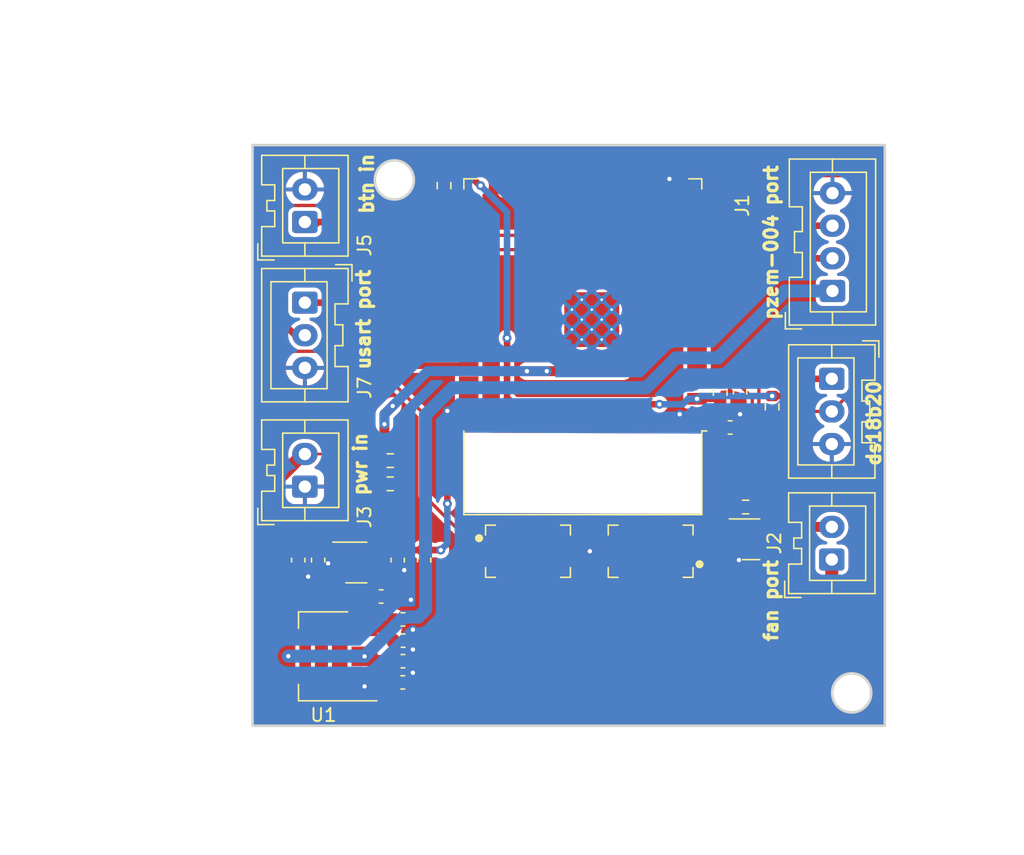
<source format=kicad_pcb>
(kicad_pcb (version 20221018) (generator pcbnew)
  (layers (0 "F.Cu" signal) (31 "B.Cu" signal) (34 "B.Paste" user) (35 "F.Paste" user) (36 "B.SilkS" user "B.Silkscreen") (37 "F.SilkS" user "F.Silkscreen") (38 "B.Mask" user) (39 "F.Mask" user) (44 "Edge.Cuts" user))
  (net 0 "")
  (net 1 "GND")
  (net 2 "Net-(J4-Pin_2)")
  (net 3 "Net-(Q1-G)")
  (net 4 "Net-(J2-Pin_2)")
  (net 5 "Net-(U19-IO17)")
  (net 8 "Net-(J1-Pin_2)")
  (net 9 "Net-(J1-Pin_3)")
  (net 15 "4")
  (net 22 "+5V")
  (net 23 "Net-(U20-BP)")
  (net 24 "Net-(U19-EN)")
  (net 25 "/3.3v_esp")
  (net 26 "/TXD0")
  (net 27 "/RXD0")
  (net 28 "/BVOL")
  (net 29 "Net-(U19-IO0)")
  (net 41 "/B+")
  (footprint "Capacitor_SMD:C_0603_1608Metric" (layer "F.Cu") (at 176.276 125.984 90)
    (fp_text reference "C6" hide)
    (fp_text value "100nf")
    (pad "1" smd roundrect (at -0.775 0 90) (size 0.9 0.95) (layers "F.Cu" "F.Paste" "F.Mask") (net 1 "GND"))
    (pad "2" smd roundrect (at 0.775 0 90) (size 0.9 0.95) (layers "F.Cu" "F.Paste" "F.Mask") (net 25 "/3.3v_esp"))
  )
  (footprint "footprints:Switch_Tactile_XKB-CONNECTIVITY_TS-1101-B-W" (layer "F.Cu") (at 195.664 125.308 180)
    (fp_text reference "SW1" hide)
    (fp_text value "TS-1101-B-W" hide)
    (pad "1" smd rect (at -3.7 0 180) (size 1.2 1) (layers "F.Cu" "F.Paste" "F.Mask") (net 24 "Net-(U19-EN)"))
    (pad "2" smd rect (at 3.7 0 180) (size 1.2 1) (layers "F.Cu" "F.Paste" "F.Mask") (net 1 "GND"))
  )
  (footprint "Resistor_SMD:R_0603_1608Metric" (layer "F.Cu") (at 175.705 120.142)
    (fp_text reference "R39" hide)
    (fp_text value "1K")
    (pad "1" smd roundrect (at -0.825 0) (size 0.8 0.95) (layers "F.Cu" "F.Paste" "F.Mask") (net 1 "GND"))
    (pad "2" smd roundrect (at 0.825 0) (size 0.8 0.95) (layers "F.Cu" "F.Paste" "F.Mask") (net 28 "/BVOL"))
  )
  (footprint "Capacitor_SMD:C_0603_1608Metric" (layer "F.Cu") (at 176.682 133.7355 180)
    (fp_text reference "C1" hide)
    (fp_text value "22uf")
    (pad "1" smd roundrect (at -0.775 0 180) (size 0.9 0.95) (layers "F.Cu" "F.Paste" "F.Mask") (net 1 "GND"))
    (pad "2" smd roundrect (at 0.775 0 180) (size 0.9 0.95) (layers "F.Cu" "F.Paste" "F.Mask") (net 22 "+5V"))
  )
  (footprint "Connector_JST:JST_XA_B02B-XASK-1_1x02_P2.50mm_Vertical" (layer "F.Cu") (at 209.55 125.944 90)
    (fp_text reference "J2" (at 1.25 -4.4 90) (layer "F.SilkS"))
    (fp_text value "Conn_01x02_Socket")
    (pad "1" thru_hole roundrect (at 0 0 90) (size 1.7 1.95) (drill 0.95) (layers "*.Cu" "*.Mask") (roundrect_rratio 0.147059) (net 41 "/B+"))
    (pad "2" thru_hole oval (at 2.5 0 90) (size 1.7 1.95) (drill 0.95) (layers "*.Cu" "*.Mask") (net 4 "Net-(J2-Pin_2)"))
  )
  (footprint "Package_TO_SOT_SMD:SOT-23" (layer "F.Cu") (at 203.3755 124.394)
    (fp_text reference "Q1" hide)
    (fp_text value "AO3400A")
    (pad "1" smd roundrect (at -0.9375 -0.95) (size 1.475 0.6) (layers "F.Cu" "F.Paste" "F.Mask") (net 3 "Net-(Q1-G)"))
    (pad "2" smd roundrect (at -0.9375 0.95) (size 1.475 0.6) (layers "F.Cu" "F.Paste" "F.Mask") (net 1 "GND"))
    (pad "3" smd roundrect (at 0.9375 0) (size 1.475 0.6) (layers "F.Cu" "F.Paste" "F.Mask") (net 4 "Net-(J2-Pin_2)"))
  )
  (footprint "Capacitor_SMD:C_0603_1608Metric" (layer "F.Cu") (at 178.308 125.984 90)
    (fp_text reference "C8" hide)
    (fp_text value "22uf")
    (pad "1" smd roundrect (at -0.775 0 90) (size 0.9 0.95) (layers "F.Cu" "F.Paste" "F.Mask") (net 1 "GND"))
    (pad "2" smd roundrect (at 0.775 0 90) (size 0.9 0.95) (layers "F.Cu" "F.Paste" "F.Mask") (net 25 "/3.3v_esp"))
  )
  (footprint "Resistor_SMD:R_0603_1608Metric" (layer "F.Cu") (at 175.705 118.364 180)
    (fp_text reference "R38" hide)
    (fp_text value "10K")
    (pad "1" smd roundrect (at -0.825 0 180) (size 0.8 0.95) (layers "F.Cu" "F.Paste" "F.Mask") (net 28 "/BVOL"))
    (pad "2" smd roundrect (at 0.825 0 180) (size 0.8 0.95) (layers "F.Cu" "F.Paste" "F.Mask") (net 41 "/B+"))
  )
  (footprint "Capacitor_SMD:C_0603_1608Metric" (layer "F.Cu") (at 201.76 115.824)
    (fp_text reference "C53" hide)
    (fp_text value "100nf")
    (pad "1" smd roundrect (at -0.775 0) (size 0.9 0.95) (layers "F.Cu" "F.Paste" "F.Mask") (net 25 "/3.3v_esp"))
    (pad "2" smd roundrect (at 0.775 0) (size 0.9 0.95) (layers "F.Cu" "F.Paste" "F.Mask") (net 1 "GND"))
  )
  (footprint "RF_Module:ESP32-WROOM-32" (layer "F.Cu") (at 190.47 106.644 180)
    (fp_text reference "U19" hide)
    (fp_text value "ESP32-WROOM-32")
    (pad "1" smd rect (at -8.75 -8.25 180) (size 1.5 0.9) (layers "F.Cu" "F.Paste" "F.Mask") (net 1 "GND"))
    (pad "2" smd rect (at -8.75 -6.98 180) (size 1.5 0.9) (layers "F.Cu" "F.Paste" "F.Mask") (net 25 "/3.3v_esp"))
    (pad "3" smd rect (at -8.75 -5.71 180) (size 1.5 0.9) (layers "F.Cu" "F.Paste" "F.Mask") (net 24 "Net-(U19-EN)"))
    (pad "4" smd rect (at -8.75 -4.44 180) (size 1.5 0.9) (layers "F.Cu" "F.Paste" "F.Mask"))
    (pad "5" smd rect (at -8.75 -3.17 180) (size 1.5 0.9) (layers "F.Cu" "F.Paste" "F.Mask"))
    (pad "6" smd rect (at -8.75 -1.9 180) (size 1.5 0.9) (layers "F.Cu" "F.Paste" "F.Mask"))
    (pad "7" smd rect (at -8.75 -0.63 180) (size 1.5 0.9) (layers "F.Cu" "F.Paste" "F.Mask") (net 28 "/BVOL"))
    (pad "8" smd rect (at -8.75 0.64 180) (size 1.5 0.9) (layers "F.Cu" "F.Paste" "F.Mask"))
    (pad "9" smd rect (at -8.75 1.91 180) (size 1.5 0.9) (layers "F.Cu" "F.Paste" "F.Mask"))
    (pad "10" smd rect (at -8.75 3.18 180) (size 1.5 0.9) (layers "F.Cu" "F.Paste" "F.Mask") (net 8 "Net-(J1-Pin_2)"))
    (pad "11" smd rect (at -8.75 4.45 180) (size 1.5 0.9) (layers "F.Cu" "F.Paste" "F.Mask") (net 9 "Net-(J1-Pin_3)"))
    (pad "12" smd rect (at -8.75 5.72 180) (size 1.5 0.9) (layers "F.Cu" "F.Paste" "F.Mask"))
    (pad "13" smd rect (at -8.75 6.99 180) (size 1.5 0.9) (layers "F.Cu" "F.Paste" "F.Mask"))
    (pad "14" smd rect (at -8.75 8.26 180) (size 1.5 0.9) (layers "F.Cu" "F.Paste" "F.Mask"))
    (pad "15" smd rect (at -5.71 9.51 270) (size 1.5 0.9) (layers "F.Cu" "F.Paste" "F.Mask") (net 1 "GND"))
    (pad "16" smd rect (at -4.44 9.51 270) (size 1.5 0.9) (layers "F.Cu" "F.Paste" "F.Mask"))
    (pad "17" smd rect (at -3.17 9.51 270) (size 1.5 0.9) (layers "F.Cu" "F.Paste" "F.Mask"))
    (pad "18" smd rect (at -1.9 9.51 270) (size 1.5 0.9) (layers "F.Cu" "F.Paste" "F.Mask"))
    (pad "19" smd rect (at -0.63 9.51 270) (size 1.5 0.9) (layers "F.Cu" "F.Paste" "F.Mask"))
    (pad "20" smd rect (at 0.64 9.51 270) (size 1.5 0.9) (layers "F.Cu" "F.Paste" "F.Mask"))
    (pad "21" smd rect (at 1.91 9.51 270) (size 1.5 0.9) (layers "F.Cu" "F.Paste" "F.Mask"))
    (pad "22" smd rect (at 3.18 9.51 270) (size 1.5 0.9) (layers "F.Cu" "F.Paste" "F.Mask"))
    (pad "23" smd rect (at 4.45 9.51 270) (size 1.5 0.9) (layers "F.Cu" "F.Paste" "F.Mask"))
    (pad "24" smd rect (at 5.72 9.51 270) (size 1.5 0.9) (layers "F.Cu" "F.Paste" "F.Mask"))
    (pad "25" smd rect (at 8.75 8.26 180) (size 1.5 0.9) (layers "F.Cu" "F.Paste" "F.Mask") (net 29 "Net-(U19-IO0)"))
    (pad "26" smd rect (at 8.75 6.99 180) (size 1.5 0.9) (layers "F.Cu" "F.Paste" "F.Mask") (net 15 "4"))
    (pad "27" smd rect (at 8.75 5.72 180) (size 1.5 0.9) (layers "F.Cu" "F.Paste" "F.Mask") (net 2 "Net-(J4-Pin_2)"))
    (pad "28" smd rect (at 8.75 4.45 180) (size 1.5 0.9) (layers "F.Cu" "F.Paste" "F.Mask") (net 5 "Net-(U19-IO17)"))
    (pad "29" smd rect (at 8.75 3.18 180) (size 1.5 0.9) (layers "F.Cu" "F.Paste" "F.Mask"))
    (pad "30" smd rect (at 8.75 1.91 180) (size 1.5 0.9) (layers "F.Cu" "F.Paste" "F.Mask"))
    (pad "31" smd rect (at 8.75 0.64 180) (size 1.5 0.9) (layers "F.Cu" "F.Paste" "F.Mask"))
    (pad "32" smd rect (at 8.75 -0.63 180) (size 1.5 0.9) (layers "F.Cu" "F.Paste" "F.Mask"))
    (pad "33" smd rect (at 8.75 -1.9 180) (size 1.5 0.9) (layers "F.Cu" "F.Paste" "F.Mask"))
    (pad "34" smd rect (at 8.75 -3.17 180) (size 1.5 0.9) (layers "F.Cu" "F.Paste" "F.Mask") (net 27 "/RXD0"))
    (pad "35" smd rect (at 8.75 -4.44 180) (size 1.5 0.9) (layers "F.Cu" "F.Paste" "F.Mask") (net 26 "/TXD0"))
    (pad "36" smd rect (at 8.75 -5.71 180) (size 1.5 0.9) (layers "F.Cu" "F.Paste" "F.Mask"))
    (pad "37" smd rect (at 8.75 -6.98 180) (size 1.5 0.9) (layers "F.Cu" "F.Paste" "F.Mask"))
    (pad "38" smd rect (at 8.75 -8.25 180) (size 1.5 0.9) (layers "F.Cu" "F.Paste" "F.Mask") (net 1 "GND"))
    (pad "39" smd rect (at -2.205 -2.435 180) (size 1.05 1.05) (layers "F.Cu" "F.Paste") (net 1 "GND"))
    (pad "39" thru_hole circle (at -2.205 -1.6725 180) (size 0.6 0.6) (drill 0.2) (property pad_prop_heatsink) (layers "*.Cu" "F.Mask") (net 1 "GND"))
    (pad "39" smd rect (at -2.205 -0.91 180) (size 1.05 1.05) (layers "F.Cu" "F.Paste") (net 1 "GND"))
    (pad "39" thru_hole circle (at -2.205 -0.1475 180) (size 0.6 0.6) (drill 0.2) (property pad_prop_heatsink) (layers "*.Cu" "F.Mask") (net 1 "GND"))
    (pad "39" smd rect (at -2.205 0.615 180) (size 1.05 1.05) (layers "F.Cu" "F.Paste") (net 1 "GND"))
    (pad "39" thru_hole circle (at -1.4425 -2.435 180) (size 0.6 0.6) (drill 0.2) (property pad_prop_heatsink) (layers "*.Cu" "F.Mask") (net 1 "GND"))
    (pad "39" thru_hole circle (at -1.4425 -0.91 180) (size 0.6 0.6) (drill 0.2) (property pad_prop_heatsink) (layers "*.Cu" "F.Mask") (net 1 "GND"))
    (pad "39" thru_hole circle (at -1.4425 0.615 180) (size 0.6 0.6) (drill 0.2) (property pad_prop_heatsink) (layers "*.Cu" "F.Mask") (net 1 "GND"))
    (pad "39" smd rect (at -0.68 -2.435 180) (size 1.05 1.05) (layers "F.Cu" "F.Paste") (net 1 "GND"))
    (pad "39" thru_hole circle (at -0.68 -1.6725 180) (size 0.6 0.6) (drill 0.2) (property pad_prop_heatsink) (layers "*.Cu" "F.Mask") (net 1 "GND"))
    (pad "39" smd rect (at -0.68 -0.91 180) (size 1.05 1.05) (layers "F.Cu" "F.Paste") (net 1 "GND"))
    (pad "39" smd rect (at -0.68 -0.91 180) (size 4.2 4.2) (layers "F.Cu" "F.Mask") (net 1 "GND"))
    (pad "39" thru_hole circle (at -0.68 -0.1475 180) (size 0.6 0.6) (drill 0.2) (property pad_prop_heatsink) (layers "*.Cu" "F.Mask") (net 1 "GND"))
    (pad "39" smd rect (at -0.68 0.615 180) (size 1.05 1.05) (layers "F.Cu" "F.Paste") (net 1 "GND"))
    (pad "39" thru_hole circle (at 0.0825 -2.435 180) (size 0.6 0.6) (drill 0.2) (property pad_prop_heatsink) (layers "*.Cu" "F.Mask") (net 1 "GND"))
    (pad "39" thru_hole circle (at 0.0825 -0.91 180) (size 0.6 0.6) (drill 0.2) (property pad_prop_heatsink) (layers "*.Cu" "F.Mask") (net 1 "GND"))
    (pad "39" thru_hole circle (at 0.0825 0.615 180) (size 0.6 0.6) (drill 0.2) (property pad_prop_heatsink) (layers "*.Cu" "F.Mask") (net 1 "GND"))
    (pad "39" smd rect (at 0.845 -2.435 180) (size 1.05 1.05) (layers "F.Cu" "F.Paste") (net 1 "GND"))
    (pad "39" thru_hole circle (at 0.845 -1.6725 180) (size 0.6 0.6) (drill 0.2) (property pad_prop_heatsink) (layers "*.Cu" "F.Mask") (net 1 "GND"))
    (pad "39" smd rect (at 0.845 -0.91 180) (size 1.05 1.05) (layers "F.Cu" "F.Paste") (net 1 "GND"))
    (pad "39" thru_hole circle (at 0.845 -0.1475 180) (size 0.6 0.6) (drill 0.2) (property pad_prop_heatsink) (layers "*.Cu" "F.Mask") (net 1 "GND"))
    (pad "39" smd rect (at 0.845 0.615 180) (size 1.05 1.05) (layers "F.Cu" "F.Paste") (net 1 "GND"))
    (zone (net 0) (net_name "") (layers "F.Cu" "In1.Cu" "B.Cu") (connect_pads (clearance 0)) (min_thickness 0.254)
      (keepout (tracks not_allowed) (vias not_allowed) (pads not_allowed) (copperpour not_allowed) (footprints not_allowed))
      (fill (thermal_gap 0.508) (thermal_bridge_width 0.508))
      (polygon (pts (xy 199.5602 116.2916) (xy 181.2782 116.2154) (xy 181.2782 122.3726) (xy 199.5602 122.4488)))
    )
  )
  (footprint "footprints:Switch_Tactile_XKB-CONNECTIVITY_TS-1101-B-W" (layer "F.Cu") (at 186.266 125.308)
    (fp_text reference "SW3" hide)
    (fp_text value "TS-1101-B-W" hide)
    (pad "1" smd rect (at -3.7 0) (size 1.2 1) (layers "F.Cu" "F.Paste" "F.Mask") (net 29 "Net-(U19-IO0)"))
    (pad "2" smd rect (at 3.7 0) (size 1.2 1) (layers "F.Cu" "F.Paste" "F.Mask") (net 1 "GND"))
  )
  (footprint "Capacitor_SMD:C_0603_1608Metric" (layer "F.Cu") (at 176.669 135.3611 180)
    (fp_text reference "C7" hide)
    (fp_text value "100nf")
    (pad "1" smd roundrect (at -0.775 0 180) (size 0.9 0.95) (layers "F.Cu" "F.Paste" "F.Mask") (net 1 "GND"))
    (pad "2" smd roundrect (at 0.775 0 180) (size 0.9 0.95) (layers "F.Cu" "F.Paste" "F.Mask") (net 22 "+5V"))
  )
  (footprint "Resistor_SMD:R_0603_1608Metric" (layer "F.Cu") (at 200.998 113.116 90)
    (fp_text reference "R86" hide)
    (fp_text value "10k")
    (pad "1" smd roundrect (at -0.825 0 90) (size 0.8 0.95) (layers "F.Cu" "F.Paste" "F.Mask") (net 25 "/3.3v_esp"))
    (pad "2" smd roundrect (at 0.825 0 90) (size 0.8 0.95) (layers "F.Cu" "F.Paste" "F.Mask") (net 24 "Net-(U19-EN)"))
  )
  (footprint "Connector_JST:JST_XA_B03B-XASK-1_1x03_P2.50mm_Vertical" (layer "F.Cu") (at 209.55 112.094 -90)
    (fp_text reference "J4" hide)
    (fp_text value "Conn_01x03_Socket")
    (pad "1" thru_hole roundrect (at 0 0 270) (size 1.7 1.95) (drill 0.95) (layers "*.Cu" "*.Mask") (roundrect_rratio 0.147059) (net 25 "/3.3v_esp"))
    (pad "2" thru_hole oval (at 2.5 0 270) (size 1.7 1.95) (drill 0.95) (layers "*.Cu" "*.Mask") (net 2 "Net-(J4-Pin_2)"))
    (pad "3" thru_hole oval (at 5 0 270) (size 1.7 1.95) (drill 0.95) (layers "*.Cu" "*.Mask") (net 1 "GND"))
  )
  (footprint "Capacitor_SMD:C_0603_1608Metric" (layer "F.Cu") (at 176.695 132.1607 180)
    (fp_text reference "C4" hide)
    (fp_text value "100nf")
    (pad "1" smd roundrect (at -0.775 0 180) (size 0.9 0.95) (layers "F.Cu" "F.Paste" "F.Mask") (net 1 "GND"))
    (pad "2" smd roundrect (at 0.775 0 180) (size 0.9 0.95) (layers "F.Cu" "F.Paste" "F.Mask") (net 41 "/B+"))
  )
  (footprint "Capacitor_SMD:C_0603_1608Metric" (layer "F.Cu") (at 175.006 128.778 180)
    (fp_text reference "C51" hide)
    (fp_text value "22uf")
    (pad "1" smd roundrect (at -0.775 0 180) (size 0.9 0.95) (layers "F.Cu" "F.Paste" "F.Mask") (net 1 "GND"))
    (pad "2" smd roundrect (at 0.775 0 180) (size 0.9 0.95) (layers "F.Cu" "F.Paste" "F.Mask") (net 23 "Net-(U20-BP)"))
  )
  (footprint "Connector_JST:JST_XA_B02B-XASK-1_1x02_P2.50mm_Vertical" (layer "F.Cu") (at 169.164 120.356 90)
    (fp_text reference "J3" (at -2.326 4.572 90) (layer "F.SilkS"))
    (fp_text value "Conn_01x02_Socket")
    (pad "1" thru_hole roundrect (at 0 0 90) (size 1.7 1.95) (drill 0.95) (layers "*.Cu" "*.Mask") (roundrect_rratio 0.147059) (net 1 "GND"))
    (pad "2" thru_hole oval (at 2.5 0 90) (size 1.7 1.95) (drill 0.95) (layers "*.Cu" "*.Mask") (net 41 "/B+"))
  )
  (footprint "Connector_JST:JST_XA_B03B-XASK-1_1x03_P2.50mm_Vertical" (layer "F.Cu") (at 169.164 106.252 -90)
    (fp_text reference "J7" (at 6.524 -4.572 -270) (layer "F.SilkS"))
    (fp_text value "Conn_01x03_Socket")
    (pad "1" thru_hole roundrect (at 0 0 270) (size 1.7 1.95) (drill 0.95) (layers "*.Cu" "*.Mask") (roundrect_rratio 0.1470588235) (net 26 "/TXD0"))
    (pad "2" thru_hole oval (at 2.5 0 270) (size 1.7 1.95) (drill 0.95) (layers "*.Cu" "*.Mask") (net 27 "/RXD0"))
    (pad "3" thru_hole oval (at 5 0 270) (size 1.7 1.95) (drill 0.95) (layers "*.Cu" "*.Mask") (net 1 "GND"))
  )
  (footprint "Capacitor_SMD:C_0603_1608Metric" (layer "F.Cu") (at 168.656 125.984 90)
    (fp_text reference "C3" hide)
    (fp_text value "22uf")
    (pad "1" smd roundrect (at -0.775 0 90) (size 0.9 0.95) (layers "F.Cu" "F.Paste" "F.Mask") (net 1 "GND"))
    (pad "2" smd roundrect (at 0.775 0 90) (size 0.9 0.95) (layers "F.Cu" "F.Paste" "F.Mask") (net 41 "/B+"))
  )
  (footprint "Package_TO_SOT_SMD:SOT-23-5" (layer "F.Cu") (at 173.1065 126.172)
    (fp_text reference "U20" hide)
    (fp_text value "SPX3819M5-L-3-3")
    (pad "1" smd roundrect (at -1.1375 -0.95) (size 1.325 0.6) (layers "F.Cu" "F.Paste" "F.Mask") (net 41 "/B+"))
    (pad "2" smd roundrect (at -1.1375 0) (size 1.325 0.6) (layers "F.Cu" "F.Paste" "F.Mask") (net 1 "GND"))
    (pad "3" smd roundrect (at -1.1375 0.95) (size 1.325 0.6) (layers "F.Cu" "F.Paste" "F.Mask") (net 41 "/B+"))
    (pad "4" smd roundrect (at 1.1375 0.95) (size 1.325 0.6) (layers "F.Cu" "F.Paste" "F.Mask") (net 23 "Net-(U20-BP)"))
    (pad "5" smd roundrect (at 1.1375 -0.95) (size 1.325 0.6) (layers "F.Cu" "F.Paste" "F.Mask") (net 25 "/3.3v_esp"))
  )
  (footprint "Capacitor_SMD:C_0603_1608Metric" (layer "F.Cu") (at 176.682 130.5351 180)
    (fp_text reference "C2" hide)
    (fp_text value "22uf")
    (pad "1" smd roundrect (at -0.775 0 180) (size 0.9 0.95) (layers "F.Cu" "F.Paste" "F.Mask") (net 1 "GND"))
    (pad "2" smd roundrect (at 0.775 0 180) (size 0.9 0.95) (layers "F.Cu" "F.Paste" "F.Mask") (net 41 "/B+"))
  )
  (footprint "Resistor_SMD:R_0603_1608Metric" (layer "F.Cu") (at 179.832 97.282 -90)
    (fp_text reference "R87" hide)
    (fp_text value "10k")
    (pad "1" smd roundrect (at -0.825 0 270) (size 0.8 0.95) (layers "F.Cu" "F.Paste" "F.Mask") (net 25 "/3.3v_esp"))
    (pad "2" smd roundrect (at 0.825 0 270) (size 0.8 0.95) (layers "F.Cu" "F.Paste" "F.Mask") (net 29 "Net-(U19-IO0)"))
  )
  (footprint "Package_TO_SOT_SMD:SOT-223-3_TabPin2" (layer "F.Cu") (at 170.586 133.364 180)
    (fp_text reference "U1" (at 0 -4.5) (layer "F.SilkS"))
    (fp_text value "AMS1117-5.0")
    (pad "1" smd rect (at -3.15 -2.3 180) (size 2 1.5) (layers "F.Cu" "F.Paste" "F.Mask") (net 1 "GND"))
    (pad "2" smd rect (at -3.15 0 180) (size 2 1.5) (layers "F.Cu" "F.Paste" "F.Mask") (net 22 "+5V"))
    (pad "2" smd rect (at 3.15 0 180) (size 2 3.8) (layers "F.Cu" "F.Paste" "F.Mask") (net 22 "+5V"))
    (pad "3" smd rect (at -3.15 2.3 180) (size 2 1.5) (layers "F.Cu" "F.Paste" "F.Mask") (net 41 "/B+"))
  )
  (footprint "Capacitor_SMD:C_0603_1608Metric" (layer "F.Cu") (at 170.18 125.984 90)
    (fp_text reference "C5" hide)
    (fp_text value "100nf")
    (pad "1" smd roundrect (at -0.775 0 90) (size 0.9 0.95) (layers "F.Cu" "F.Paste" "F.Mask") (net 1 "GND"))
    (pad "2" smd roundrect (at 0.775 0 90) (size 0.9 0.95) (layers "F.Cu" "F.Paste" "F.Mask") (net 41 "/B+"))
  )
  (footprint "Connector_JST:JST_XA_B02B-XASK-1_1x02_P2.50mm_Vertical" (layer "F.Cu") (at 169.164 100.076 90)
    (fp_text reference "J5" (at -1.778 4.572 90) (layer "F.SilkS"))
    (fp_text value "Conn_01x02_Socket")
    (pad "1" thru_hole roundrect (at 0 0 90) (size 1.7 1.95) (drill 0.95) (layers "*.Cu" "*.Mask") (roundrect_rratio 0.147059) (net 15 "4"))
    (pad "2" thru_hole oval (at 2.5 0 90) (size 1.7 1.95) (drill 0.95) (layers "*.Cu" "*.Mask") (net 1 "GND"))
  )
  (footprint "Resistor_SMD:R_0603_1608Metric" (layer "F.Cu") (at 202.946 121.92 180)
    (fp_text reference "R1" hide)
    (fp_text value "470r")
    (pad "1" smd roundrect (at -0.825 0 180) (size 0.8 0.95) (layers "F.Cu" "F.Paste" "F.Mask") (net 5 "Net-(U19-IO17)"))
    (pad "2" smd roundrect (at 0.825 0 180) (size 0.8 0.95) (layers "F.Cu" "F.Paste" "F.Mask") (net 3 "Net-(Q1-G)"))
  )
  (footprint "Resistor_SMD:R_0603_1608Metric" (layer "F.Cu") (at 204.978 114.237 -90)
    (fp_text reference "R2" hide)
    (fp_text value "4.7k")
    (pad "1" smd roundrect (at -0.825 0 270) (size 0.8 0.95) (layers "F.Cu" "F.Paste" "F.Mask") (net 25 "/3.3v_esp"))
    (pad "2" smd roundrect (at 0.825 0 270) (size 0.8 0.95) (layers "F.Cu" "F.Paste" "F.Mask") (net 2 "Net-(J4-Pin_2)"))
  )
  (footprint "Capacitor_SMD:C_0603_1608Metric" (layer "F.Cu") (at 202.522 113.103 -90)
    (fp_text reference "C52" hide)
    (fp_text value "100nf")
    (pad "1" smd roundrect (at -0.775 0 270) (size 0.9 0.95) (layers "F.Cu" "F.Paste" "F.Mask") (net 24 "Net-(U19-EN)"))
    (pad "2" smd roundrect (at 0.775 0 270) (size 0.9 0.95) (layers "F.Cu" "F.Paste" "F.Mask") (net 1 "GND"))
  )
  (footprint "Connector_JST:JST_XA_B04B-XASK-1_1x04_P2.50mm_Vertical" (layer "F.Cu") (at 209.6008 105.3592 90)
    (fp_text reference "J1" (at 6.5532 -6.9088 90) (layer "F.SilkS"))
    (fp_text value "Conn_01x04_Socket")
    (pad "1" thru_hole roundrect (at 0 0 90) (size 1.7 1.95) (drill 0.95) (layers "*.Cu" "*.Mask") (roundrect_rratio 0.147059) (net 22 "+5V"))
    (pad "2" thru_hole oval (at 2.5 0 90) (size 1.7 1.95) (drill 0.95) (layers "*.Cu" "*.Mask") (net 8 "Net-(J1-Pin_2)"))
    (pad "3" thru_hole oval (at 5 0 90) (size 1.7 1.95) (drill 0.95) (layers "*.Cu" "*.Mask") (net 9 "Net-(J1-Pin_3)"))
    (pad "4" thru_hole oval (at 7.5 0 90) (size 1.7 1.95) (drill 0.95) (layers "*.Cu" "*.Mask") (net 1 "GND"))
  )
  (gr_circle (center 176.022 96.848117) (end 177.522 96.848117) (stroke (width 0.2)) (fill none) (layer "Edge.Cuts"))
  (gr_circle (center 211.074 136.168) (end 212.574 136.168) (stroke (width 0.2)) (fill none) (layer "Edge.Cuts"))
  (gr_rect (start 165.1508 94.1832) (end 213.614 138.684) (stroke (width 0.2)) (fill none) (layer "Edge.Cuts"))
  (gr_text "pzem-004 port" (at 205.486 107.696 90) (layer "F.SilkS") (effects (font (size 1 1) (thickness 0.25) bold) (justify left bottom)))
  (gr_text "ds18b20" (at 213.36 118.872 90) (layer "F.SilkS") (effects (font (size 1 1) (thickness 0.25) bold) (justify left bottom)))
  (gr_text "btn in" (at 174.498 99.568 90) (layer "F.SilkS") (effects (font (size 1 1) (thickness 0.25) bold) (justify left bottom)))
  (gr_text "usart port\n" (at 174.244 111.506 90) (layer "F.SilkS") (effects (font (size 1 1) (thickness 0.25) bold) (justify left bottom)))
  (gr_text "fan port" (at 205.486 132.334 90) (layer "F.SilkS") (effects (font (size 1 1) (thickness 0.25) bold) (justify left bottom)))
  (gr_text "pwr in" (at 173.99 121.158 90) (layer "F.SilkS") (effects (font (size 1 1) (thickness 0.25) bold) (justify left bottom)))
  (segment (start 180.426 114.894) (end 180.086 114.554) (width 0.254) (layer "F.Cu") (net 1))
  (segment (start 177.457 130.5351) (end 177.457 129.197) (width 0.254) (layer "F.Cu") (net 1))
  (segment (start 196.18 97.134) (end 196.744 97.134) (width 0.254) (layer "F.Cu") (net 1))
  (segment (start 189.966 125.308) (end 191.964 125.308) (width 0.254) (layer "F.Cu") (net 1))
  (segment (start 202.522 114.808) (end 202.535 114.821) (width 0.127) (layer "F.Cu") (net 1))
  (segment (start 169.418 126.759) (end 169.418 127.254) (width 0.254) (layer "F.Cu") (net 1))
  (segment (start 176.022 126.759) (end 178.308 126.759) (width 0.254) (layer "F.Cu") (net 1))
  (segment (start 175.781 128.778) (end 177.038 128.778) (width 0.254) (layer "F.Cu") (net 1))
  (segment (start 202.438 125.344) (end 202.438 125.984) (width 0.254) (layer "F.Cu") (net 1))
  (segment (start 177.038 128.778) (end 177.292 129.032) (width 0.254) (layer "F.Cu") (net 1))
  (segment (start 169.418 126.759) (end 170.18 126.759) (width 0.254) (layer "F.Cu") (net 1))
  (segment (start 176.022 128.537) (end 176.022 126.759) (width 0.254) (layer "F.Cu") (net 1))
  (segment (start 169.164 120.356) (end 174.666 120.356) (width 0.127) (layer "F.Cu") (net 1))
  (segment (start 170.942 126.172) (end 170.767 126.172) (width 0.254) (layer "F.Cu") (net 1))
  (segment (start 171.969 126.172) (end 170.942 126.172) (width 0.254) (layer "F.Cu") (net 1))
  (segment (start 202.522 115.389) (end 202.522 113.878) (width 0.127) (layer "F.Cu") (net 1))
  (segment (start 199.22 114.894) (end 197.952 114.894) (width 0.254) (layer "F.Cu") (net 1))
  (segment (start 168.656 126.759) (end 169.418 126.759) (width 0.254) (layer "F.Cu") (net 1))
  (segment (start 170.942 126.172) (end 170.942 126.238) (width 0.254) (layer "F.Cu") (net 1))
  (segment (start 197.952 114.894) (end 197.8909 114.8329) (width 0.254) (layer "F.Cu") (net 1))
  (segment (start 181.72 114.894) (end 180.426 114.894) (width 0.254) (layer "F.Cu") (net 1))
  (segment (start 196.744 97.134) (end 197.104 96.774) (width 0.254) (layer "F.Cu") (net 1))
  (segment (start 170.767 126.172) (end 170.18 126.759) (width 0.254) (layer "F.Cu") (net 1))
  (segment (start 177.457 129.197) (end 177.292 129.032) (width 0.254) (layer "F.Cu") (net 1))
  (segment (start 177.444 135.3611) (end 177.444 130.5481) (width 0.254) (layer "F.Cu") (net 1))
  (segment (start 202.535 114.821) (end 202.535 115.402) (width 0.127) (layer "F.Cu") (net 1))
  (segment (start 202.535 115.402) (end 202.522 115.389) (width 0.127) (layer "F.Cu") (net 1))
  (segment (start 197.8909 114.8329) (end 197.8909 114.808) (width 0.254) (layer "F.Cu") (net 1))
  (via (at 202.522 114.808) (size 0.6858) (drill 0.3302) (layers "F.Cu" "B.Cu") (net 1))
  (via (at 177.444 134.62) (size 0.6858) (drill 0.3302) (layers "F.Cu" "B.Cu") (net 1))
  (via (at 169.418 127.254) (size 0.6858) (drill 0.3302) (layers "F.Cu" "B.Cu") (net 1))
  (via (at 202.438 125.984) (size 0.6858) (drill 0.3302) (layers "F.Cu" "B.Cu") (net 1))
  (via (at 180.086 114.554) (size 0.6858) (drill 0.3302) (layers "F.Cu" "B.Cu") (net 1))
  (via (at 177.292 129.032) (size 0.6858) (drill 0.3302) (layers "F.Cu" "B.Cu") (net 1))
  (via (at 197.104 96.774) (size 0.6858) (drill 0.3302) (layers "F.Cu" "B.Cu") (net 1))
  (via (at 177.444 131.318) (size 0.6858) (drill 0.3302) (layers "F.Cu" "B.Cu") (net 1))
  (via (at 197.8909 114.808) (size 0.6858) (drill 0.3302) (layers "F.Cu" "B.Cu") (net 1))
  (via (at 173.736 135.664) (size 0.6858) (drill 0.3302) (layers "F.Cu" "B.Cu") (net 1))
  (via (at 177.444 132.842) (size 0.6858) (drill 0.3302) (layers "F.Cu" "B.Cu") (net 1))
  (via (at 191.008 125.308) (size 0.6858) (drill 0.3302) (layers "F.Cu" "B.Cu") (net 1))
  (via (at 170.942 126.238) (size 0.6858) (drill 0.3302) (layers "F.Cu" "B.Cu") (net 1))
  (via (at 176.784 126.759) (size 0.6858) (drill 0.3302) (layers "F.Cu" "B.Cu") (net 1))
  (segment (start 211.074 95.758) (end 199.264 95.758) (width 0.254) (layer "F.Cu") (net 2))
  (segment (start 212.852 97.536) (end 211.074 95.758) (width 0.254) (layer "F.Cu") (net 2))
  (segment (start 209.55 114.594) (end 212.852 111.292) (width 0.254) (layer "F.Cu") (net 2))
  (segment (start 209.55 114.594) (end 204.978 114.594) (width 0.254) (layer "F.Cu") (net 2))
  (segment (start 212.852 111.292) (end 212.852 97.536) (width 0.254) (layer "F.Cu") (net 2))
  (segment (start 199.264 95.758) (end 193.93 101.092) (width 0.254) (layer "F.Cu") (net 2))
  (segment (start 193.93 101.092) (end 181.888 101.092) (width 0.254) (layer "F.Cu") (net 2))
  (segment (start 202.121 121.92) (end 202.121 123.127) (width 0.762) (layer "F.Cu") (net 3))
  (segment (start 202.121 123.127) (end 202.438 123.444) (width 0.762) (layer "F.Cu") (net 3))
  (segment (start 204.313 124.394) (end 206.822 124.394) (width 0.762) (layer "F.Cu") (net 4))
  (segment (start 206.822 124.394) (end 207.772 123.444) (width 0.762) (layer "F.Cu") (net 4))
  (segment (start 207.772 123.444) (end 209.55 123.444) (width 0.762) (layer "F.Cu") (net 4))
  (segment (start 209.042 110.49) (end 211.836 107.696) (width 0.254) (layer "F.Cu") (net 5))
  (segment (start 199.39 96.52) (end 193.716 102.194) (width 0.254) (layer "F.Cu") (net 5))
  (segment (start 210.82 96.52) (end 199.39 96.52) (width 0.254) (layer "F.Cu") (net 5))
  (segment (start 203.962 111.252) (end 204.724 110.49) (width 0.254) (layer "F.Cu") (net 5))
  (segment (start 193.716 102.194) (end 181.72 102.194) (width 0.254) (layer "F.Cu") (net 5))
  (segment (start 203.708 121.857) (end 203.962 121.603) (width 0.254) (layer "F.Cu") (net 5))
  (segment (start 203.962 121.603) (end 203.962 111.252) (width 0.254) (layer "F.Cu") (net 5))
  (segment (start 211.836 107.696) (end 211.836 97.536) (width 0.254) (layer "F.Cu") (net 5))
  (segment (start 211.836 97.536) (end 210.82 96.52) (width 0.254) (layer "F.Cu") (net 5))
  (segment (start 204.724 110.49) (end 209.042 110.49) (width 0.254) (layer "F.Cu") (net 5))
  (segment (start 207.5288 102.8592) (end 209.6008 102.8592) (width 0.508) (layer "F.Cu") (net 8))
  (segment (start 206.924 103.464) (end 207.5288 102.8592) (width 0.508) (layer "F.Cu") (net 8))
  (segment (start 199.22 103.464) (end 206.924 103.464) (width 0.508) (layer "F.Cu") (net 8))
  (segment (start 199.22 102.194) (end 206.416 102.194) (width 0.508) (layer "F.Cu") (net 9))
  (segment (start 208.2508 100.3592) (end 209.6008 100.3592) (width 0.508) (layer "F.Cu") (net 9))
  (segment (start 206.416 102.194) (end 208.2508 100.3592) (width 0.508) (layer "F.Cu") (net 9))
  (segment (start 169.672 100.584) (end 170.18 100.076) (width 0.508) (layer "F.Cu") (net 15))
  (segment (start 179.238 99.654) (end 181.72 99.654) (width 0.508) (layer "F.Cu") (net 15))
  (segment (start 178.816 100.076) (end 179.238 99.654) (width 0.508) (layer "F.Cu") (net 15))
  (segment (start 170.18 100.076) (end 178.816 100.076) (width 0.508) (layer "F.Cu") (net 15))
  (segment (start 175.894 135.3611) (end 175.894 133.7485) (width 0.254) (layer "F.Cu") (net 22))
  (segment (start 175.907 133.3864) (end 174.0404 133.3864) (width 0.254) (layer "F.Cu") (net 22))
  (via (at 173.736 133.364) (size 0.6858) (drill 0.3302) (layers "F.Cu" "B.Cu") (net 22))
  (via (at 167.894 133.35) (size 0.6858) (drill 0.3302) (layers "F.Cu" "B.Cu") (net 22))
  (segment (start 173.722 133.35) (end 173.736 133.364) (width 1) (layer "B.Cu") (net 22))
  (segment (start 197.612 110.49) (end 195.326 112.776) (width 1) (layer "B.Cu") (net 22))
  (segment (start 178.4139 129.779946) (end 177.845746 130.3481) (width 1) (layer "B.Cu") (net 22))
  (segment (start 195.326 112.776) (end 180.492354 112.776) (width 1) (layer "B.Cu") (net 22))
  (segment (start 209.6008 105.3592) (end 205.968054 105.3592) (width 1) (layer "B.Cu") (net 22))
  (segment (start 176.7519 130.3481) (end 173.736 133.364) (width 1) (layer "B.Cu") (net 22))
  (segment (start 167.894 133.35) (end 173.722 133.35) (width 1) (layer "B.Cu") (net 22))
  (segment (start 205.968054 105.3592) (end 200.837254 110.49) (width 1) (layer "B.Cu") (net 22))
  (segment (start 177.845746 130.3481) (end 176.7519 130.3481) (width 1) (layer "B.Cu") (net 22))
  (segment (start 178.4139 114.854454) (end 178.4139 129.779946) (width 1) (layer "B.Cu") (net 22))
  (segment (start 180.492354 112.776) (end 178.4139 114.854454) (width 1) (layer "B.Cu") (net 22))
  (segment (start 200.837254 110.49) (end 197.612 110.49) (width 1) (layer "B.Cu") (net 22))
  (segment (start 174.257 128.778) (end 174.257 127.135) (width 0.254) (layer "F.Cu") (net 23))
  (segment (start 202.522 112.328) (end 201.035 112.328) (width 0.127) (layer "F.Cu") (net 24))
  (segment (start 203.454 119.126) (end 203.454 113.538) (width 0.254) (layer "F.Cu") (net 24))
  (segment (start 201.168 123.504) (end 201.168 121.412) (width 0.254) (layer "F.Cu") (net 24))
  (segment (start 200.935 112.354) (end 199.22 112.354) (width 0.127) (layer "F.Cu") (net 24))
  (segment (start 201.168 121.412) (end 203.454 119.126) (width 0.254) (layer "F.Cu") (net 24))
  (segment (start 199.364 125.308) (end 201.168 123.504) (width 0.254) (layer "F.Cu") (net 24))
  (segment (start 203.454 113.538) (end 202.27 112.354) (width 0.254) (layer "F.Cu") (net 24))
  (segment (start 202.27 112.354) (end 199.22 112.354) (width 0.254) (layer "F.Cu") (net 24))
  (segment (start 176.784 125.222) (end 177.292 125.222) (width 0.254) (layer "F.Cu") (net 25))
  (segment (start 200.985 115.824) (end 200.985 113.954) (width 0.762) (layer "F.Cu") (net 25))
  (segment (start 199.22 113.624) (end 200.681 113.624) (width 0.5) (layer "F.Cu") (net 25))
  (segment (start 200.681 113.624) (end 200.998 113.941) (width 0.5) (layer "F.Cu") (net 25))
  (segment (start 182.572 97.282) (end 182.626 97.282) (width 0.5) (layer "F.Cu") (net 25))
  (segment (start 185.166 114.046) (end 196.342 114.046) (width 0.5) (layer "F.Cu") (net 25))
  (segment (start 179.578 125.222) (end 174.244 125.222) (width 0.5) (layer "F.Cu") (net 25))
  (segment (start 200.998 113.941) (end 200.998 114.638) (width 0.127) (layer "F.Cu") (net 25))
  (segment (start 200.998 113.941) (end 200.998 114.808) (width 0.127) (layer "F.Cu") (net 25))
  (segment (start 176.784 125.222) (end 178.295 125.222) (width 0.254) (layer "F.Cu") (net 25))
  (segment (start 200.998 114.638) (end 201.168 114.808) (width 0.127) (layer "F.Cu") (net 25))
  (segment (start 174.244 125.222) (end 176.784 125.222) (width 0.254) (layer "F.Cu") (net 25))
  (segment (start 207.852 112.094) (end 209.55 112.094) (width 0.5) (layer "F.Cu") (net 25))
  (segment (start 184.785 113.665) (end 182.4846 115.9654) (width 0.5) (layer "F.Cu") (net 25))
  (segment (start 179.578 125.222) (end 177.292 125.222) (width 0.5) (layer "F.Cu") (net 25))
  (segment (start 181.174646 115.9654) (end 180.086 117.054046) (width 0.5) (layer "F.Cu") (net 25))
  (segment (start 179.832 96.457) (end 181.747 96.457) (width 0.5) (layer "F.Cu") (net 25))
  (segment (start 182.4846 115.9654) (end 181.174646 115.9654) (width 0.5) (layer "F.Cu") (net 25))
  (segment (start 206.534 113.412) (end 207.852 112.094) (width 0.5) (layer "F.Cu") (net 25))
  (segment (start 184.785 113.665) (end 185.166 114.046) (width 0.5) (layer "F.Cu") (net 25))
  (segment (start 181.747 96.457) (end 182.572 97.282) (width 0.5) (layer "F.Cu") (net 25))
  (segment (start 200.998 114.978) (end 201.168 114.808) (width 0.127) (layer "F.Cu") (net 25))
  (segment (start 180.086 117.054046) (end 180.086 121.666) (width 0.5) (layer "F.Cu") (net 25))
  (segment (start 184.658 113.538) (end 184.785 113.665) (width 0.5) (layer "F.Cu") (net 25))
  (segment (start 200.998 114.808) (end 201.168 114.808) (width 0.127) (layer "F.Cu") (net 25))
  (segment (start 184.658 108.966) (end 184.658 113.538) (width 0.5) (layer "F.Cu") (net 25))
  (segment (start 204.978 113.412) (end 206.534 113.412) (width 0.5) (layer "F.Cu") (net 25))
  (via (at 180.086 121.666) (size 0.6858) (drill 0.3302) (layers "F.Cu" "B.Cu") (net 25))
  (via (at 196.342 114.046) (size 0.6858) (drill 0.3302) (layers "F.Cu" "B.Cu") (net 25))
  (via (at 182.626 97.282) (size 0.6858) (drill 0.3302) (layers "F.Cu" "B.Cu") (net 25))
  (via (at 179.578 125.222) (size 0.6858) (drill 0.3302) (layers "F.Cu" "B.Cu") (net 25))
  (via (at 199.22 113.624) (size 0.6858) (drill 0.3302) (layers "F.Cu" "B.Cu") (net 25))
  (via (at 204.978 113.412) (size 0.6858) (drill 0.3302) (layers "F.Cu" "B.Cu") (net 25))
  (via (at 184.658 108.966) (size 0.6858) (drill 0.3302) (layers "F.Cu" "B.Cu") (net 25))
  (segment (start 199.304 113.624) (end 198.542 113.624) (width 0.5) (layer "B.Cu") (net 25))
  (segment (start 204.978 113.412) (end 199.516 113.412) (width 0.5) (layer "B.Cu") (net 25))
  (segment (start 180.086 124.714) (end 179.578 125.222) (width 0.5) (layer "B.Cu") (net 25))
  (segment (start 198.542 113.624) (end 199.22 113.624) (width 0.5) (layer "B.Cu") (net 25))
  (segment (start 198.12 114.046) (end 198.542 113.624) (width 0.5) (layer "B.Cu") (net 25))
  (segment (start 180.086 121.666) (end 180.086 124.714) (width 0.5) (layer "B.Cu") (net 25))
  (segment (start 182.626 97.282) (end 184.658 99.314) (width 0.5) (layer "B.Cu") (net 25))
  (segment (start 196.342 114.046) (end 198.12 114.046) (width 0.5) (layer "B.Cu") (net 25))
  (segment (start 184.658 99.314) (end 184.658 108.966) (width 0.5) (layer "B.Cu") (net 25))
  (segment (start 199.516 113.412) (end 199.304 113.624) (width 0.5) (layer "B.Cu") (net 25))
  (segment (start 181.72 111.084) (end 176.87 111.084) (width 0.508) (layer "F.Cu") (net 26))
  (segment (start 176.87 111.084) (end 172.038 106.252) (width 0.508) (layer "F.Cu") (net 26))
  (segment (start 172.038 106.252) (end 169.164 106.252) (width 0.508) (layer "F.Cu") (net 26))
  (segment (start 171.704 104.394) (end 168.148 104.394) (width 0.508) (layer "F.Cu") (net 27))
  (segment (start 168.422 108.752) (end 169.164 108.752) (width 0.508) (layer "F.Cu") (net 27))
  (segment (start 177.124 109.814) (end 171.704 104.394) (width 0.508) (layer "F.Cu") (net 27))
  (segment (start 167.132 107.462) (end 168.422 108.752) (width 0.508) (layer "F.Cu") (net 27))
  (segment (start 168.148 104.394) (end 167.132 105.41) (width 0.508) (layer "F.Cu") (net 27))
  (segment (start 167.132 105.41) (end 167.132 107.462) (width 0.508) (layer "F.Cu") (net 27))
  (segment (start 181.72 109.814) (end 177.124 109.814) (width 0.508) (layer "F.Cu") (net 27))
  (segment (start 175.26 114.808) (end 175.26 115.57) (width 0.762) (layer "F.Cu") (net 28))
  (segment (start 193.548 111.506) (end 197.78 107.274) (width 0.762) (layer "F.Cu") (net 28))
  (segment (start 186.182 111.506) (end 193.548 111.506) (width 0.762) (layer "F.Cu") (net 28))
  (segment (start 197.78 107.274) (end 199.22 107.274) (width 0.762) (layer "F.Cu") (net 28))
  (segment (start 175.895 114.173) (end 175.26 114.808) (width 0.762) (layer "F.Cu") (net 28))
  (segment (start 176.53 117.602) (end 176.53 120.142) (width 0.762) (layer "F.Cu") (net 28))
  (segment (start 175.26 114.808) (end 175.26 116.332) (width 0.762) (layer "F.Cu") (net 28))
  (segment (start 175.26 116.332) (end 176.53 117.602) (width 0.762) (layer "F.Cu") (net 28))
  (via (at 175.895 114.173) (size 0.6858) (drill 0.3302) (layers "F.Cu" "B.Cu") (net 28))
  (via (at 175.26 115.57) (size 0.6858) (drill 0.3302) (layers "F.Cu" "B.Cu") (net 28))
  (via (at 186.182 111.506) (size 0.6858) (drill 0.3302) (layers "F.Cu" "B.Cu") (net 28))
  (via (at 187.706 111.506) (size 0.6858) (drill 0.3302) (layers "F.Cu" "B.Cu") (net 28))
  (segment (start 176.53 113.538) (end 175.895 114.173) (width 0.762) (layer "B.Cu") (net 28))
  (segment (start 175.26 114.808) (end 175.26 115.57) (width 0.762) (layer "B.Cu") (net 28))
  (segment (start 178.562 111.506) (end 176.53 113.538) (width 0.762) (layer "B.Cu") (net 28))
  (segment (start 186.182 111.506) (end 183.134 111.506) (width 0.762) (layer "B.Cu") (net 28))
  (segment (start 183.134 111.506) (end 178.562 111.506) (width 0.762) (layer "B.Cu") (net 28))
  (segment (start 176.53 113.538) (end 175.26 114.808) (width 0.762) (layer "B.Cu") (net 28))
  (segment (start 183.134 111.506) (end 187.706 111.506) (width 0.762) (layer "B.Cu") (net 28))
  (segment (start 178.245 98.107) (end 177.546 98.806) (width 0.254) (layer "F.Cu") (net 29))
  (segment (start 166.116 108.458) (end 167.64 109.982) (width 0.254) (layer "F.Cu") (net 29))
  (segment (start 178.308 114.808) (end 178.308 121.05) (width 0.254) (layer "F.Cu") (net 29))
  (segment (start 167.64 109.982) (end 173.482 109.982) (width 0.254) (layer "F.Cu") (net 29))
  (segment (start 179.916 98.321) (end 181.657 98.321) (width 0.762) (layer "F.Cu") (net 29))
  (segment (start 179.832 98.107) (end 178.245 98.107) (width 0.254) (layer "F.Cu") (net 29))
  (segment (start 166.116 100.581118) (end 166.116 108.458) (width 0.254) (layer "F.Cu") (net 29))
  (segment (start 178.308 121.05) (end 182.566 125.308) (width 0.254) (layer "F.Cu") (net 29))
  (segment (start 167.891118 98.806) (end 166.116 100.581118) (width 0.254) (layer "F.Cu") (net 29))
  (segment (start 177.546 98.806) (end 167.891118 98.806) (width 0.254) (layer "F.Cu") (net 29))
  (segment (start 173.482 109.982) (end 178.308 114.808) (width 0.254) (layer "F.Cu") (net 29))
  (segment (start 168.643 125.222) (end 168.656 125.209) (width 1) (layer "F.Cu") (net 41))
  (segment (start 166.878 125.222) (end 167.64 125.222) (width 1) (layer "F.Cu") (net 41))
  (segment (start 175.92 131.2463) (end 175.8048 131.1311) (width 0.254) (layer "F.Cu") (net 41))
  (segment (start 169.136 130.782) (end 173.736 130.782) (width 0.762) (layer "F.Cu") (net 41))
  (segment (start 169.039 117.856) (end 166.878 120.017) (width 1) (layer "F.Cu") (net 41))
  (segment (start 202.311 137.668) (end 172.736 137.668) (width 1) (layer "F.Cu") (net 41))
  (segment (start 175.92 131.2463) (end 175.92 130.5481) (width 0.254) (layer "F.Cu") (net 41))
  (segment (start 169.926 131.064) (end 170.434 131.064) (width 1) (layer "F.Cu") (net 41))
  (segment (start 171.969 125.222) (end 172.974 125.222) (width 0.254) (layer "F.Cu") (net 41))
  (segment (start 166.878 120.017) (end 166.878 125.222) (width 1) (layer "F.Cu") (net 41))
  (segment (start 170.434 135.366) (end 170.434 131.064) (width 1) (layer "F.Cu") (net 41))
  (segment (start 167.64 125.222) (end 171.196 125.222) (width 1) (layer "F.Cu") (net 41))
  (segment (start 166.878 128.016) (end 169.926 131.064) (width 1) (layer "F.Cu") (net 41))
  (segment (start 175.8048 130.782) (end 173.736 130.782) (width 0.254) (layer "F.Cu") (net 41))
  (segment (start 172.974 127.254) (end 172.101 127.254) (width 0.254) (layer "F.Cu") (net 41))
  (segment (start 167.64 125.222) (end 168.643 125.222) (width 1) (layer "F.Cu") (net 41))
  (segment (start 174.372 117.856) (end 174.88 118.364) (width 0.2) (layer "F.Cu") (net 41))
  (segment (start 209.55 125.944) (end 209.55 130.429) (width 1) (layer "F.Cu") (net 41))
  (segment (start 172.736 137.668) (end 170.434 135.366) (width 1) (layer "F.Cu") (net 41))
  (segment (start 166.878 125.222) (end 166.878 128.016) (width 1) (layer "F.Cu") (net 41))
  (segment (start 175.7377 131.064) (end 175.8048 131.1311) (width 1) (layer "F.Cu") (net 41))
  (segment (start 169.164 117.856) (end 174.372 117.856) (width 0.2) (layer "F.Cu") (net 41))
  (segment (start 172.974 125.222) (end 172.974 127.254) (width 0.254) (layer "F.Cu") (net 41))
  (segment (start 209.55 130.429) (end 202.311 137.668) (width 1) (layer "F.Cu") (net 41))
  (segment (start 170.434 131.064) (end 175.7377 131.064) (width 1) (layer "F.Cu") (net 41))
  (segment (start 175.92 132.1607) (end 175.92 131.2463) (width 0.254) (layer "F.Cu") (net 41))
  (zone (net 1) (net_name "GND") (layers "F&B.Cu") (priority 2) (connect_pads thru_hole_only (clearance 0.3)) (min_thickness 0.25) (fill yes (thermal_gap 0.5) (thermal_bridge_width 0.3))
    (polygon (pts (xy 145.796 84.582) (xy 146.05 145.796) (xy 223.266 148.59) (xy 224.282 83.058)))
  )
)
</source>
